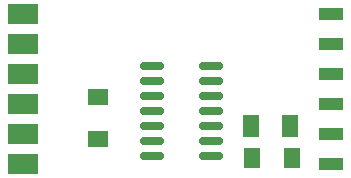
<source format=gbr>
%TF.GenerationSoftware,KiCad,Pcbnew,9.0.0*%
%TF.CreationDate,2025-04-26T00:36:12+05:30*%
%TF.ProjectId,ftdi-updi-auto-v2,66746469-2d75-4706-9469-2d6175746f2d,rev?*%
%TF.SameCoordinates,Original*%
%TF.FileFunction,Soldermask,Top*%
%TF.FilePolarity,Negative*%
%FSLAX46Y46*%
G04 Gerber Fmt 4.6, Leading zero omitted, Abs format (unit mm)*
G04 Created by KiCad (PCBNEW 9.0.0) date 2025-04-26 00:36:12*
%MOMM*%
%LPD*%
G01*
G04 APERTURE LIST*
G04 Aperture macros list*
%AMRoundRect*
0 Rectangle with rounded corners*
0 $1 Rounding radius*
0 $2 $3 $4 $5 $6 $7 $8 $9 X,Y pos of 4 corners*
0 Add a 4 corners polygon primitive as box body*
4,1,4,$2,$3,$4,$5,$6,$7,$8,$9,$2,$3,0*
0 Add four circle primitives for the rounded corners*
1,1,$1+$1,$2,$3*
1,1,$1+$1,$4,$5*
1,1,$1+$1,$6,$7*
1,1,$1+$1,$8,$9*
0 Add four rect primitives between the rounded corners*
20,1,$1+$1,$2,$3,$4,$5,0*
20,1,$1+$1,$4,$5,$6,$7,0*
20,1,$1+$1,$6,$7,$8,$9,0*
20,1,$1+$1,$8,$9,$2,$3,0*%
G04 Aperture macros list end*
%ADD10RoundRect,0.150000X-0.825000X-0.150000X0.825000X-0.150000X0.825000X0.150000X-0.825000X0.150000X0*%
%ADD11R,1.700000X1.400000*%
%ADD12R,1.400000X1.700000*%
%ADD13R,1.400000X1.900000*%
%ADD14R,2.500000X1.700000*%
%ADD15R,2.000000X1.000000*%
G04 APERTURE END LIST*
D10*
%TO.C,U1*%
X97920000Y-57150000D03*
X97920000Y-58420000D03*
X97920000Y-59690000D03*
X97920000Y-60960000D03*
X97920000Y-62230000D03*
X97920000Y-63500000D03*
X97920000Y-64770000D03*
X102870000Y-64770000D03*
X102870000Y-63500000D03*
X102870000Y-62230000D03*
X102870000Y-60960000D03*
X102870000Y-59690000D03*
X102870000Y-58420000D03*
X102870000Y-57150000D03*
%TD*%
D11*
%TO.C,R2*%
X93345000Y-63343000D03*
X93345000Y-59743000D03*
%TD*%
D12*
%TO.C,R1*%
X106352500Y-64891800D03*
X109752500Y-64891800D03*
%TD*%
D13*
%TO.C,D1*%
X106300000Y-62230000D03*
X109600000Y-62230000D03*
%TD*%
D14*
%TO.C,J1*%
X86995000Y-65405000D03*
X86995000Y-62865000D03*
X86995000Y-60325000D03*
X86995000Y-57785000D03*
X86995000Y-55245000D03*
X86995000Y-52705000D03*
%TD*%
D15*
%TO.C,J2*%
X113030000Y-52705000D03*
X113030000Y-55245000D03*
X113030000Y-57785000D03*
X113030000Y-60325000D03*
X113030000Y-62865000D03*
X113030000Y-65405000D03*
%TD*%
M02*

</source>
